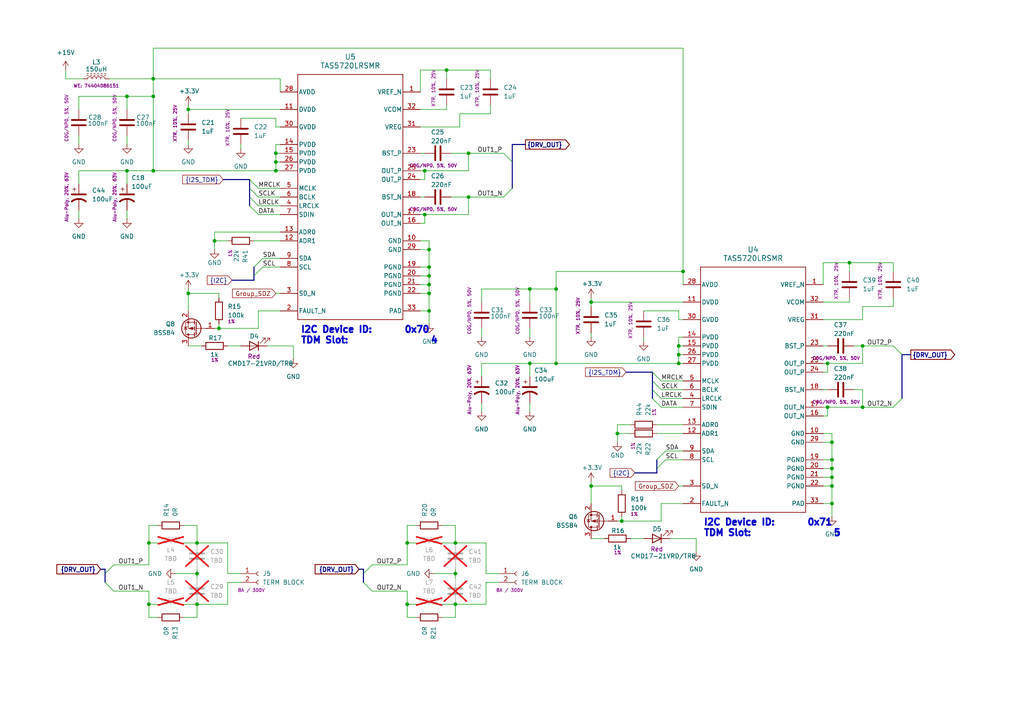
<source format=kicad_sch>
(kicad_sch (version 20250114) (generator "eeschema") (generator_version "9.0")
  (paper "A4")
  (title_block (title "Nathophone Driver Board") (date "2025-10-13") (rev "0") (company "Juventus Technikerschule HF"))
  (bus_alias "DRV_OUT" (members "OUT1_P" "OUT1_N" "OUT2_P" "OUT2_N" "OUT3_P" "OUT3_N" "OUT4_P" "OUT4_N" "OUT5_P" "OUT5_N" "OUT6_P" "OUT6_N"))
  (bus_alias "I2C" (members "SDA" "SCL"))
  (bus_alias "I2S_TDM" (members "DATA" "SCLK" "LRCLK" "MRCLK"))
  (text "I2C Device ID: 	0x70\nTDM Slot:			4" (at 87.122 97.282 0) (effects (font (size 1.905 1.905) (thickness 0.508) (bold yes)) (justify left)))
  (text "I2C Device ID: 	0x71\nTDM Slot:			5" (at 203.962 153.162 0) (effects (font (size 1.905 1.905) (thickness 0.508) (bold yes)) (justify left)))
  (junction (at 80.01 44.45))
  (junction (at 57.15 166.37))
  (junction (at 153.67 83.82))
  (junction (at 179.07 125.73))
  (junction (at 80.01 46.99))
  (junction (at 250.19 100.33))
  (junction (at 36.83 49.53))
  (junction (at 198.12 78.74))
  (junction (at 196.85 105.41))
  (junction (at 44.45 22.86))
  (junction (at 240.03 105.41))
  (junction (at 54.61 31.75))
  (junction (at 44.45 27.94))
  (junction (at 241.3 133.35))
  (junction (at 250.19 118.11))
  (junction (at 124.46 82.55))
  (junction (at 123.19 49.53))
  (junction (at 171.45 140.97))
  (junction (at 124.46 90.17))
  (junction (at 241.3 146.05))
  (junction (at 57.15 157.48))
  (junction (at 132.08 166.37))
  (junction (at 54.61 85.09))
  (junction (at 123.19 62.23))
  (junction (at 43.18 157.48))
  (junction (at 180.34 151.13))
  (junction (at 124.46 72.39))
  (junction (at 57.15 175.26))
  (junction (at 132.08 175.26))
  (junction (at 161.29 105.41))
  (junction (at 241.3 135.89))
  (junction (at 124.46 80.01))
  (junction (at 129.54 20.32))
  (junction (at 196.85 102.87))
  (junction (at 241.3 138.43))
  (junction (at 135.89 57.15))
  (junction (at 80.01 49.53))
  (junction (at 118.11 157.48))
  (junction (at 36.83 27.94))
  (junction (at 132.08 157.48))
  (junction (at 43.18 175.26))
  (junction (at 240.03 118.11))
  (junction (at 196.85 100.33))
  (junction (at 135.89 44.45))
  (junction (at 44.45 49.53))
  (junction (at 124.46 77.47))
  (junction (at 241.3 128.27))
  (junction (at 171.45 87.63))
  (junction (at 62.23 69.85))
  (junction (at 118.11 175.26))
  (junction (at 63.5 95.25))
  (junction (at 246.38 76.2))
  (junction (at 241.3 140.97))
  (junction (at 161.29 83.82))
  (junction (at 124.46 85.09))
  (junction (at 153.67 105.41))
  (bus_entry (at 73.66 77.47) (size 2.54 -2.54))
  (bus_entry (at 72.39 59.69) (size 2.54 2.54))
  (bus_entry (at 146.05 57.15) (size 2.54 -2.54))
  (bus_entry (at 190.5 135.89) (size 2.54 -2.54))
  (bus_entry (at 72.39 57.15) (size 2.54 2.54))
  (bus_entry (at 189.23 115.57) (size 2.54 2.54))
  (bus_entry (at 30.48 168.91) (size 2.54 2.54))
  (bus_entry (at 189.23 110.49) (size 2.54 2.54))
  (bus_entry (at 72.39 52.07) (size 2.54 2.54))
  (bus_entry (at 261.62 102.87) (size -2.54 -2.54))
  (bus_entry (at 72.39 54.61) (size 2.54 2.54))
  (bus_entry (at 190.5 133.35) (size 2.54 -2.54))
  (bus_entry (at 73.66 80.01) (size 2.54 -2.54))
  (bus_entry (at 189.23 107.95) (size 2.54 2.54))
  (bus_entry (at 146.05 44.45) (size 2.54 2.54))
  (bus_entry (at 105.41 168.91) (size 2.54 2.54))
  (bus_entry (at 189.23 113.03) (size 2.54 2.54))
  (bus_entry (at 105.41 166.37) (size 2.54 -2.54))
  (bus_entry (at 30.48 166.37) (size 2.54 -2.54))
  (bus_entry (at 261.62 115.57) (size -2.54 2.54))
  (wire (pts (xy 53.34 175.26) (xy 57.15 175.26)))
  (wire (pts (xy 77.47 100.33) (xy 85.09 100.33)))
  (wire (pts (xy 198.12 87.63) (xy 171.45 87.63)))
  (wire (pts (xy 43.18 152.4) (xy 43.18 157.48)))
  (wire (pts (xy 130.81 44.45) (xy 135.89 44.45)))
  (wire (pts (xy 135.89 57.15) (xy 135.89 62.23)))
  (wire (pts (xy 121.92 69.85) (xy 124.46 69.85)))
  (wire (pts (xy 54.61 100.33) (xy 58.42 100.33)))
  (wire (pts (xy 129.54 31.75) (xy 129.54 30.48)))
  (wire (pts (xy 193.04 130.81) (xy 198.12 130.81)))
  (wire (pts (xy 259.08 76.2) (xy 259.08 78.74)))
  (wire (pts (xy 74.93 95.25) (xy 63.5 95.25)))
  (wire (pts (xy 135.89 57.15) (xy 146.05 57.15)))
  (wire (pts (xy 196.85 97.79) (xy 196.85 100.33)))
  (wire (pts (xy 171.45 86.36) (xy 171.45 87.63)))
  (bus (pts (xy 189.23 110.49) (xy 189.23 113.03)))
  (wire (pts (xy 22.86 27.94) (xy 36.83 27.94)))
  (wire (pts (xy 182.88 123.19) (xy 179.07 123.19)))
  (wire (pts (xy 190.5 123.19) (xy 198.12 123.19)))
  (wire (pts (xy 132.08 179.07) (xy 132.08 175.26)))
  (wire (pts (xy 81.28 67.31) (xy 62.23 67.31)))
  (wire (pts (xy 241.3 135.89) (xy 241.3 138.43)))
  (wire (pts (xy 240.03 118.11) (xy 250.19 118.11)))
  (wire (pts (xy 129.54 20.32) (xy 129.54 22.86)))
  (wire (pts (xy 182.88 156.21) (xy 186.69 156.21)))
  (wire (pts (xy 238.76 140.97) (xy 241.3 140.97)))
  (wire (pts (xy 153.67 105.41) (xy 153.67 109.22)))
  (wire (pts (xy 22.86 60.96) (xy 22.86 63.5)))
  (wire (pts (xy 238.76 118.11) (xy 240.03 118.11)))
  (bus (pts (xy 189.23 113.03) (xy 189.23 115.57)))
  (wire (pts (xy 196.85 92.71) (xy 198.12 92.71)))
  (wire (pts (xy 36.83 49.53) (xy 44.45 49.53)))
  (wire (pts (xy 153.67 83.82) (xy 161.29 83.82)))
  (wire (pts (xy 22.86 49.53) (xy 22.86 53.34)))
  (wire (pts (xy 80.01 46.99) (xy 81.28 46.99)))
  (wire (pts (xy 171.45 140.97) (xy 171.45 139.7)))
  (wire (pts (xy 54.61 85.09) (xy 54.61 90.17)))
  (wire (pts (xy 36.83 49.53) (xy 36.83 53.34)))
  (wire (pts (xy 194.31 156.21) (xy 201.93 156.21)))
  (wire (pts (xy 139.7 105.41) (xy 139.7 109.22)))
  (wire (pts (xy 140.97 157.48) (xy 140.97 166.37)))
  (wire (pts (xy 201.93 156.21) (xy 201.93 160.02)))
  (wire (pts (xy 259.08 88.9) (xy 259.08 86.36)))
  (wire (pts (xy 132.08 157.48) (xy 140.97 157.48)))
  (wire (pts (xy 118.11 163.83) (xy 118.11 157.48)))
  (bus (pts (xy 264.16 102.87) (xy 261.62 102.87)))
  (wire (pts (xy 196.85 97.79) (xy 198.12 97.79)))
  (wire (pts (xy 80.01 36.83) (xy 81.28 36.83)))
  (wire (pts (xy 142.24 33.02) (xy 142.24 30.48)))
  (wire (pts (xy 118.11 179.07) (xy 120.65 179.07)))
  (wire (pts (xy 144.78 168.91) (xy 140.97 168.91)))
  (wire (pts (xy 57.15 166.37) (xy 57.15 167.64)))
  (wire (pts (xy 246.38 87.63) (xy 246.38 86.36)))
  (wire (pts (xy 118.11 171.45) (xy 118.11 175.26)))
  (wire (pts (xy 124.46 85.09) (xy 124.46 90.17)))
  (wire (pts (xy 238.76 138.43) (xy 241.3 138.43)))
  (wire (pts (xy 57.15 179.07) (xy 57.15 175.26)))
  (wire (pts (xy 124.46 72.39) (xy 124.46 77.47)))
  (wire (pts (xy 171.45 140.97) (xy 180.34 140.97)))
  (wire (pts (xy 121.92 20.32) (xy 121.92 26.67)))
  (wire (pts (xy 74.93 57.15) (xy 81.28 57.15)))
  (bus (pts (xy 105.41 168.91) (xy 105.41 166.37)))
  (bus (pts (xy 148.59 41.91) (xy 148.59 46.99)))
  (wire (pts (xy 121.92 62.23) (xy 123.19 62.23)))
  (wire (pts (xy 121.92 49.53) (xy 123.19 49.53)))
  (wire (pts (xy 43.18 171.45) (xy 43.18 175.26)))
  (wire (pts (xy 118.11 152.4) (xy 120.65 152.4)))
  (wire (pts (xy 36.83 39.37) (xy 36.83 41.91)))
  (wire (pts (xy 123.19 62.23) (xy 135.89 62.23)))
  (wire (pts (xy 198.12 78.74) (xy 198.12 13.97)))
  (wire (pts (xy 81.28 31.75) (xy 54.61 31.75)))
  (wire (pts (xy 121.92 82.55) (xy 124.46 82.55)))
  (wire (pts (xy 76.2 77.47) (xy 81.28 77.47)))
  (wire (pts (xy 135.89 44.45) (xy 135.89 49.53)))
  (wire (pts (xy 196.85 100.33) (xy 198.12 100.33)))
  (wire (pts (xy 238.76 133.35) (xy 241.3 133.35)))
  (wire (pts (xy 81.28 22.86) (xy 44.45 22.86)))
  (wire (pts (xy 238.76 92.71) (xy 250.19 92.71)))
  (wire (pts (xy 80.01 36.83) (xy 80.01 34.29)))
  (wire (pts (xy 81.28 22.86) (xy 81.28 26.67)))
  (wire (pts (xy 121.92 44.45) (xy 123.19 44.45)))
  (bus (pts (xy 73.66 77.47) (xy 73.66 80.01)))
  (wire (pts (xy 53.34 152.4) (xy 57.15 152.4)))
  (wire (pts (xy 81.28 90.17) (xy 74.93 90.17)))
  (wire (pts (xy 129.54 20.32) (xy 142.24 20.32)))
  (bus (pts (xy 73.66 81.28) (xy 73.66 80.01)))
  (wire (pts (xy 121.92 52.07) (xy 123.19 52.07)))
  (bus (pts (xy 67.31 81.28) (xy 73.66 81.28)))
  (wire (pts (xy 66.04 100.33) (xy 69.85 100.33)))
  (bus (pts (xy 152.4 41.91) (xy 148.59 41.91)))
  (wire (pts (xy 22.86 39.37) (xy 22.86 41.91)))
  (wire (pts (xy 250.19 100.33) (xy 259.08 100.33)))
  (wire (pts (xy 121.92 64.77) (xy 123.19 64.77)))
  (wire (pts (xy 180.34 151.13) (xy 179.07 151.13)))
  (wire (pts (xy 124.46 77.47) (xy 124.46 80.01)))
  (wire (pts (xy 62.23 69.85) (xy 62.23 72.39)))
  (wire (pts (xy 85.09 100.33) (xy 85.09 104.14)))
  (wire (pts (xy 121.92 57.15) (xy 123.19 57.15)))
  (wire (pts (xy 33.02 171.45) (xy 43.18 171.45)))
  (wire (pts (xy 132.08 152.4) (xy 132.08 157.48)))
  (wire (pts (xy 246.38 76.2) (xy 259.08 76.2)))
  (wire (pts (xy 153.67 95.25) (xy 153.67 97.79)))
  (wire (pts (xy 240.03 105.41) (xy 250.19 105.41)))
  (wire (pts (xy 43.18 152.4) (xy 45.72 152.4)))
  (wire (pts (xy 74.93 62.23) (xy 81.28 62.23)))
  (wire (pts (xy 161.29 83.82) (xy 161.29 105.41)))
  (wire (pts (xy 140.97 166.37) (xy 144.78 166.37)))
  (wire (pts (xy 250.19 92.71) (xy 250.19 88.9)))
  (wire (pts (xy 36.83 27.94) (xy 44.45 27.94)))
  (wire (pts (xy 190.5 125.73) (xy 198.12 125.73)))
  (wire (pts (xy 240.03 107.95) (xy 240.03 105.41)))
  (wire (pts (xy 118.11 152.4) (xy 118.11 157.48)))
  (wire (pts (xy 43.18 175.26) (xy 43.18 179.07)))
  (wire (pts (xy 66.04 157.48) (xy 66.04 166.37)))
  (wire (pts (xy 128.27 179.07) (xy 132.08 179.07)))
  (wire (pts (xy 191.77 110.49) (xy 198.12 110.49)))
  (wire (pts (xy 22.86 49.53) (xy 36.83 49.53)))
  (wire (pts (xy 121.92 36.83) (xy 133.35 36.83)))
  (wire (pts (xy 139.7 105.41) (xy 153.67 105.41)))
  (wire (pts (xy 250.19 88.9) (xy 259.08 88.9)))
  (wire (pts (xy 54.61 85.09) (xy 54.61 83.82)))
  (wire (pts (xy 43.18 179.07) (xy 45.72 179.07)))
  (wire (pts (xy 24.13 22.86) (xy 19.05 22.86)))
  (wire (pts (xy 191.77 146.05) (xy 191.77 151.13)))
  (wire (pts (xy 250.19 100.33) (xy 247.65 100.33)))
  (wire (pts (xy 250.19 105.41) (xy 250.19 100.33)))
  (wire (pts (xy 62.23 69.85) (xy 66.04 69.85)))
  (wire (pts (xy 238.76 76.2) (xy 238.76 82.55)))
  (wire (pts (xy 142.24 20.32) (xy 142.24 22.86)))
  (wire (pts (xy 133.35 33.02) (xy 142.24 33.02)))
  (bus (pts (xy 148.59 46.99) (xy 148.59 54.61)))
  (bus (pts (xy 104.14 165.1) (xy 105.41 165.1)))
  (wire (pts (xy 132.08 166.37) (xy 132.08 167.64)))
  (wire (pts (xy 128.27 175.26) (xy 132.08 175.26)))
  (wire (pts (xy 123.19 49.53) (xy 135.89 49.53)))
  (wire (pts (xy 171.45 87.63) (xy 171.45 88.9)))
  (wire (pts (xy 198.12 78.74) (xy 161.29 78.74)))
  (wire (pts (xy 57.15 165.1) (xy 57.15 166.37)))
  (bus (pts (xy 72.39 54.61) (xy 72.39 57.15)))
  (wire (pts (xy 76.2 74.93) (xy 81.28 74.93)))
  (wire (pts (xy 63.5 95.25) (xy 63.5 93.98)))
  (wire (pts (xy 124.46 90.17) (xy 124.46 93.98)))
  (wire (pts (xy 81.28 49.53) (xy 80.01 49.53)))
  (wire (pts (xy 43.18 163.83) (xy 43.18 157.48)))
  (wire (pts (xy 179.07 125.73) (xy 179.07 128.27)))
  (wire (pts (xy 80.01 44.45) (xy 80.01 46.99)))
  (wire (pts (xy 74.93 90.17) (xy 74.93 95.25)))
  (bus (pts (xy 261.62 102.87) (xy 261.62 115.57)))
  (wire (pts (xy 57.15 175.26) (xy 66.04 175.26)))
  (wire (pts (xy 196.85 90.17) (xy 186.69 90.17)))
  (wire (pts (xy 196.85 140.97) (xy 198.12 140.97)))
  (wire (pts (xy 180.34 151.13) (xy 180.34 149.86)))
  (wire (pts (xy 80.01 85.09) (xy 81.28 85.09)))
  (wire (pts (xy 186.69 97.79) (xy 186.69 99.06)))
  (wire (pts (xy 44.45 13.97) (xy 44.45 22.86)))
  (bus (pts (xy 64.77 52.07) (xy 72.39 52.07)))
  (wire (pts (xy 62.23 67.31) (xy 62.23 69.85)))
  (wire (pts (xy 191.77 115.57) (xy 198.12 115.57)))
  (wire (pts (xy 121.92 72.39) (xy 124.46 72.39)))
  (bus (pts (xy 72.39 52.07) (xy 72.39 54.61)))
  (wire (pts (xy 238.76 105.41) (xy 240.03 105.41)))
  (wire (pts (xy 53.34 157.48) (xy 57.15 157.48)))
  (bus (pts (xy 30.48 166.37) (xy 30.48 165.1)))
  (wire (pts (xy 57.15 152.4) (xy 57.15 157.48)))
  (wire (pts (xy 198.12 13.97) (xy 44.45 13.97)))
  (wire (pts (xy 238.76 107.95) (xy 240.03 107.95)))
  (wire (pts (xy 238.76 113.03) (xy 240.03 113.03)))
  (wire (pts (xy 74.93 54.61) (xy 81.28 54.61)))
  (wire (pts (xy 191.77 151.13) (xy 180.34 151.13)))
  (wire (pts (xy 238.76 120.65) (xy 240.03 120.65)))
  (wire (pts (xy 171.45 140.97) (xy 171.45 146.05)))
  (wire (pts (xy 69.85 168.91) (xy 66.04 168.91)))
  (wire (pts (xy 124.46 82.55) (xy 124.46 85.09)))
  (wire (pts (xy 31.75 22.86) (xy 44.45 22.86)))
  (wire (pts (xy 153.67 105.41) (xy 161.29 105.41)))
  (wire (pts (xy 191.77 118.11) (xy 198.12 118.11)))
  (wire (pts (xy 54.61 30.48) (xy 54.61 31.75)))
  (wire (pts (xy 250.19 118.11) (xy 259.08 118.11)))
  (wire (pts (xy 128.27 152.4) (xy 132.08 152.4)))
  (wire (pts (xy 74.93 59.69) (xy 81.28 59.69)))
  (bus (pts (xy 105.41 166.37) (xy 105.41 165.1)))
  (wire (pts (xy 198.12 78.74) (xy 198.12 82.55)))
  (wire (pts (xy 36.83 60.96) (xy 36.83 63.5)))
  (wire (pts (xy 153.67 83.82) (xy 153.67 87.63)))
  (wire (pts (xy 44.45 49.53) (xy 80.01 49.53)))
  (wire (pts (xy 139.7 116.84) (xy 139.7 119.38)))
  (wire (pts (xy 240.03 120.65) (xy 240.03 118.11)))
  (bus (pts (xy 29.21 165.1) (xy 30.48 165.1)))
  (wire (pts (xy 121.92 20.32) (xy 129.54 20.32)))
  (wire (pts (xy 241.3 125.73) (xy 241.3 128.27)))
  (wire (pts (xy 121.92 77.47) (xy 124.46 77.47)))
  (wire (pts (xy 171.45 156.21) (xy 175.26 156.21)))
  (wire (pts (xy 128.27 157.48) (xy 132.08 157.48)))
  (bus (pts (xy 189.23 107.95) (xy 189.23 110.49)))
  (wire (pts (xy 63.5 85.09) (xy 63.5 86.36)))
  (wire (pts (xy 241.3 140.97) (xy 241.3 146.05)))
  (wire (pts (xy 121.92 90.17) (xy 124.46 90.17)))
  (wire (pts (xy 196.85 100.33) (xy 196.85 102.87)))
  (wire (pts (xy 139.7 83.82) (xy 153.67 83.82)))
  (bus (pts (xy 190.5 137.16) (xy 190.5 135.89)))
  (wire (pts (xy 53.34 179.07) (xy 57.15 179.07)))
  (wire (pts (xy 33.02 163.83) (xy 43.18 163.83)))
  (wire (pts (xy 57.15 157.48) (xy 66.04 157.48)))
  (wire (pts (xy 179.07 125.73) (xy 182.88 125.73)))
  (wire (pts (xy 123.19 64.77) (xy 123.19 62.23)))
  (wire (pts (xy 124.46 69.85) (xy 124.46 72.39)))
  (wire (pts (xy 80.01 44.45) (xy 81.28 44.45)))
  (wire (pts (xy 196.85 102.87) (xy 196.85 105.41)))
  (wire (pts (xy 238.76 128.27) (xy 241.3 128.27)))
  (wire (pts (xy 107.95 171.45) (xy 118.11 171.45)))
  (wire (pts (xy 139.7 87.63) (xy 139.7 83.82)))
  (wire (pts (xy 191.77 113.03) (xy 198.12 113.03)))
  (wire (pts (xy 107.95 163.83) (xy 118.11 163.83)))
  (wire (pts (xy 19.05 22.86) (xy 19.05 20.32)))
  (wire (pts (xy 132.08 166.37) (xy 125.73 166.37)))
  (wire (pts (xy 132.08 175.26) (xy 140.97 175.26)))
  (wire (pts (xy 238.76 125.73) (xy 241.3 125.73)))
  (bus (pts (xy 184.15 137.16) (xy 190.5 137.16)))
  (wire (pts (xy 139.7 95.25) (xy 139.7 97.79)))
  (wire (pts (xy 238.76 87.63) (xy 246.38 87.63)))
  (wire (pts (xy 193.04 133.35) (xy 198.12 133.35)))
  (wire (pts (xy 43.18 175.26) (xy 45.72 175.26)))
  (wire (pts (xy 80.01 46.99) (xy 80.01 49.53)))
  (wire (pts (xy 118.11 175.26) (xy 120.65 175.26)))
  (wire (pts (xy 124.46 80.01) (xy 124.46 82.55)))
  (wire (pts (xy 36.83 27.94) (xy 36.83 31.75)))
  (wire (pts (xy 246.38 76.2) (xy 246.38 78.74)))
  (wire (pts (xy 198.12 105.41) (xy 196.85 105.41)))
  (wire (pts (xy 241.3 128.27) (xy 241.3 133.35)))
  (wire (pts (xy 238.76 146.05) (xy 241.3 146.05)))
  (bus (pts (xy 72.39 57.15) (xy 72.39 59.69)))
  (wire (pts (xy 63.5 95.25) (xy 62.23 95.25)))
  (wire (pts (xy 118.11 175.26) (xy 118.11 179.07)))
  (wire (pts (xy 171.45 96.52) (xy 171.45 97.79)))
  (wire (pts (xy 121.92 85.09) (xy 124.46 85.09)))
  (wire (pts (xy 132.08 165.1) (xy 132.08 166.37)))
  (wire (pts (xy 161.29 78.74) (xy 161.29 83.82)))
  (wire (pts (xy 121.92 80.01) (xy 124.46 80.01)))
  (wire (pts (xy 54.61 31.75) (xy 54.61 33.02)))
  (wire (pts (xy 43.18 157.48) (xy 45.72 157.48)))
  (wire (pts (xy 198.12 146.05) (xy 191.77 146.05)))
  (wire (pts (xy 44.45 22.86) (xy 44.45 27.94)))
  (wire (pts (xy 196.85 92.71) (xy 196.85 90.17)))
  (wire (pts (xy 133.35 36.83) (xy 133.35 33.02)))
  (wire (pts (xy 66.04 166.37) (xy 69.85 166.37)))
  (wire (pts (xy 180.34 140.97) (xy 180.34 142.24)))
  (wire (pts (xy 22.86 31.75) (xy 22.86 27.94)))
  (wire (pts (xy 238.76 76.2) (xy 246.38 76.2)))
  (wire (pts (xy 161.29 105.41) (xy 196.85 105.41)))
  (wire (pts (xy 44.45 27.94) (xy 44.45 49.53)))
  (wire (pts (xy 69.85 41.91) (xy 69.85 43.18)))
  (wire (pts (xy 241.3 146.05) (xy 241.3 149.86)))
  (wire (pts (xy 57.15 166.37) (xy 50.8 166.37)))
  (wire (pts (xy 121.92 31.75) (xy 129.54 31.75)))
  (wire (pts (xy 80.01 41.91) (xy 80.01 44.45)))
  (wire (pts (xy 179.07 123.19) (xy 179.07 125.73)))
  (wire (pts (xy 241.3 133.35) (xy 241.3 135.89)))
  (wire (pts (xy 80.01 41.91) (xy 81.28 41.91)))
  (wire (pts (xy 250.19 113.03) (xy 250.19 118.11)))
  (wire (pts (xy 54.61 85.09) (xy 63.5 85.09)))
  (wire (pts (xy 66.04 168.91) (xy 66.04 175.26)))
  (wire (pts (xy 135.89 44.45) (xy 146.05 44.45)))
  (wire (pts (xy 140.97 168.91) (xy 140.97 175.26)))
  (bus (pts (xy 181.61 107.95) (xy 189.23 107.95)))
  (wire (pts (xy 238.76 135.89) (xy 241.3 135.89)))
  (wire (pts (xy 118.11 157.48) (xy 120.65 157.48)))
  (wire (pts (xy 196.85 102.87) (xy 198.12 102.87)))
  (wire (pts (xy 73.66 69.85) (xy 81.28 69.85)))
  (wire (pts (xy 123.19 52.07) (xy 123.19 49.53)))
  (wire (pts (xy 241.3 138.43) (xy 241.3 140.97)))
  (wire (pts (xy 54.61 40.64) (xy 54.61 41.91)))
  (wire (pts (xy 153.67 116.84) (xy 153.67 119.38)))
  (wire (pts (xy 247.65 113.03) (xy 250.19 113.03)))
  (wire (pts (xy 238.76 100.33) (xy 240.03 100.33)))
  (bus (pts (xy 190.5 133.35) (xy 190.5 135.89)))
  (wire (pts (xy 80.01 34.29) (xy 69.85 34.29)))
  (wire (pts (xy 130.81 57.15) (xy 135.89 57.15)))
  (bus (pts (xy 30.48 168.91) (xy 30.48 166.37)))
  (label "DATA" (at 191.77 118.11 0))
  (label "OUT2_N" (at 251.46 118.11 0))
  (label "OUT2_P" (at 251.46 100.33 0))
  (label "OUT2_N" (at 109.22 171.45 0))
  (label "OUT1_P" (at 138.43 44.45 0) (effects (font (thickness 0.1588))))
  (label "SDA" (at 193.04 130.81 0))
  (label "MRCLK" (at 74.93 54.61 0))
  (label "SCLK" (at 74.93 57.15 0))
  (label "LRCLK" (at 74.93 59.69 0))
  (label "OUT1_N" (at 138.43 57.15 0) (effects (font (thickness 0.1588))))
  (label "SDA" (at 76.2 74.93 0))
  (label "LRCLK" (at 191.77 115.57 0))
  (label "OUT2_P" (at 109.22 163.83 0))
  (label "DATA" (at 74.93 62.23 0))
  (label "OUT1_P" (at 34.29 163.83 0))
  (label "SCL" (at 193.04 133.35 0))
  (label "OUT1_N" (at 34.29 171.45 0))
  (label "MRCLK" (at 191.77 110.49 0))
  (label "SCL" (at 76.2 77.47 0))
  (label "SCLK" (at 191.77 113.03 0))
  (global_label "{DRV_OUT}" (shape input) (at 29.21 165.1 180) (effects (font (thickness 0.254) (bold yes))) (property "Intersheetrefs" "${INTERSHEET_REFS}" (effects (hide yes))))
  (global_label "Group_SDZ" (shape input) (at 80.01 85.09 180) (property "Intersheetrefs" "${INTERSHEET_REFS}" (effects (hide yes))))
  (global_label "{DRV_OUT}" (shape output) (at 152.4 41.91 0) (effects (font (thickness 0.254) (bold yes))) (property "Intersheetrefs" "${INTERSHEET_REFS}" (effects (hide yes))))
  (global_label "{I2C}" (shape input) (at 184.15 137.16 180) (property "Intersheetrefs" "${INTERSHEET_REFS}" (effects (hide yes))))
  (global_label "{I2C}" (shape input) (at 67.31 81.28 180) (property "Intersheetrefs" "${INTERSHEET_REFS}" (effects (hide yes))))
  (global_label "{DRV_OUT}" (shape output) (at 264.16 102.87 0) (effects (font (thickness 0.254) (bold yes))) (property "Intersheetrefs" "${INTERSHEET_REFS}" (effects (hide yes))))
  (global_label "{I2S_TDM}" (shape input) (at 181.61 107.95 180) (property "Intersheetrefs" "${INTERSHEET_REFS}" (effects (hide yes))))
  (global_label "{DRV_OUT}" (shape input) (at 104.14 165.1 180) (effects (font (thickness 0.254) (bold yes))) (property "Intersheetrefs" "${INTERSHEET_REFS}" (effects (hide yes))))
  (global_label "Group_SDZ" (shape input) (at 196.85 140.97 180) (property "Intersheetrefs" "${INTERSHEET_REFS}" (effects (hide yes))))
  (global_label "{I2S_TDM}" (shape input) (at 64.77 52.07 180) (property "Intersheetrefs" "${INTERSHEET_REFS}" (effects (hide yes))))
  (symbol (lib_id "Device:LED") (at 73.66 100.33 180) (unit 1)
    (property "Reference" "D4" (at 72.39 97.536 0) (effects (justify right)))
    (property "Value" "CMD17-21VRD/TR8" (at 66.04 105.41 0) (effects (justify right)))
    (property "Footprint" "LED_SMD:LED_0805_2012Metric" (effects (hide yes)))
    (property "Datasheet" "https://mm.digikey.com/Volume0/opasdata/d220001/medias/docus/4320/CMD17-21_Rev10.pdf" (effects (hide yes)))
    (property "Description" "Light emitting diode" (effects (hide yes)))
    (property "Sim.Pins" "1=K 2=A" (effects (hide yes)))
    (property "DigiKey_PartNo" "L62501TR-ND" (effects (hide yes)))
    (property "Key Info" "Red" (at 73.66 103.378 0))
    (instances (project "Nathophone_driver_board" (path "" (reference "D4") (unit 1)) (path "" (reference "D6") (unit 1)) (path "" (reference "D8") (unit 1))))
  )
  (symbol (lib_id "power:GND") (at 22.86 63.5 0) (unit 1)
    (property "Reference" "#PWR048" (effects (hide yes)))
    (property "Value" "GND" (at 22.86 68.58 0))
    (property "Description" "Power symbol creates a global label with name \"GND\" , ground" (effects (hide yes)))
    (instances (project "Nathophone_driver_board" (path "" (reference "#PWR048") (unit 1)) (path "" (reference "#PWR079") (unit 1)) (path "" (reference "#PWR0104") (unit 1))))
  )
  (symbol (lib_id "Device:C") (at 139.7 91.44 0) (unit 1)
    (property "Reference" "C31" (at 146.304 89.916 0) (effects (justify right)))
    (property "Value" "100nF" (at 148.336 91.694 0) (effects (justify right)))
    (property "Footprint" "Capacitor_SMD:C_1206_3216Metric" (effects (hide yes)))
    (property "Datasheet" "https://search.murata.co.jp/Ceramy/image/img/A01X/G101/ENG/GRM3195C1H104JA05-01A.pdf" (effects (hide yes)))
    (property "Description" "Unpolarized capacitor" (effects (hide yes)))
    (property "DigiKey_PartNo" "490-GRM3195C1H104JA05DTR-ND" (effects (hide yes)))
    (property "Key Info" "C0G/NP0, 5%, 50V" (at 136.144 97.028 90) (effects (font (size 0.9525 0.9525)) (justify left)))
    (instances (project "Nathophone_driver_board" (path "" (reference "C31") (unit 1)) (path "" (reference "C56") (unit 1)) (path "" (reference "C79") (unit 1))))
  )
  (symbol (lib_id "Device:R") (at 69.85 69.85 270) (unit 1)
    (property "Reference" "R41" (at 71.1201 72.39 0) (effects (justify left)))
    (property "Value" "22k" (at 68.5801 72.39 0) (effects (justify left)))
    (property "Footprint" "Resistor_SMD:R_0805_2012Metric" (effects (hide yes)))
    (property "Datasheet" "https://www.vishay.com/docs/20035/dcrcwe3.pdf" (effects (hide yes)))
    (property "Description" "Resistor" (effects (hide yes)))
    (property "DigiKey_PartNo" "541-CRCW080522K0FKEBTR-ND" (effects (hide yes)))
    (property "Key Info" "1%" (at 66.802 72.39 0) (effects (font (size 0.9525 0.9525)) (justify left)))
    (instances (project "Nathophone_driver_board" (path "" (reference "R41") (unit 1)) (path "" (reference "R42") (unit 1)) (path "" (reference "R43") (unit 1))))
  )
  (symbol (lib_id "Device:C") (at 186.69 93.98 0) (unit 1)
    (property "Reference" "C36" (at 190.5 92.7099 0) (effects (justify left)))
    (property "Value" "1uF" (at 190.5 95.2499 0) (effects (justify left)))
    (property "Footprint" "Capacitor_SMD:C_0805_2012Metric" (effects (hide yes)))
    (property "Datasheet" "https://mm.digikey.com/Volume0/opasdata/d220001/medias/docus/1105/CL21B105KAFNNNE_Spec.pdf" (effects (hide yes)))
    (property "Description" "Unpolarized capacitor" (effects (hide yes)))
    (property "DigiKey_PartNo" "1276-1066-2-ND" (effects (hide yes)))
    (property "Key Info" "X7R, 10%, 25V" (at 182.88 98.298 90) (effects (font (size 0.9525 0.9525)) (justify left)))
    (instances (project "Nathophone_driver_board" (path "" (reference "C36") (unit 1)) (path "" (reference "C62") (unit 1)) (path "" (reference "C85") (unit 1))))
  )
  (symbol (lib_id "Device:C") (at 153.67 91.44 0) (unit 1)
    (property "Reference" "C33" (at 160.274 89.916 0) (effects (justify right)))
    (property "Value" "100nF" (at 162.306 91.694 0) (effects (justify right)))
    (property "Footprint" "Capacitor_SMD:C_1206_3216Metric" (effects (hide yes)))
    (property "Datasheet" "https://search.murata.co.jp/Ceramy/image/img/A01X/G101/ENG/GRM3195C1H104JA05-01A.pdf" (effects (hide yes)))
    (property "Description" "Unpolarized capacitor" (effects (hide yes)))
    (property "DigiKey_PartNo" "490-GRM3195C1H104JA05DTR-ND" (effects (hide yes)))
    (property "Key Info" "C0G/NP0, 5%, 50V" (at 150.114 97.028 90) (effects (font (size 0.9525 0.9525)) (justify left)))
    (instances (project "Nathophone_driver_board" (path "" (reference "C33") (unit 1)) (path "" (reference "C59") (unit 1)) (path "" (reference "C82") (unit 1))))
  )
  (symbol (lib_id "power:GND") (at 36.83 41.91 0) (unit 1)
    (property "Reference" "#PWR059" (effects (hide yes)))
    (property "Value" "GND" (at 36.83 46.99 0))
    (property "Description" "Power symbol creates a global label with name \"GND\" , ground" (effects (hide yes)))
    (instances (project "Nathophone_driver_board" (path "" (reference "#PWR059") (unit 1)) (path "" (reference "#PWR080") (unit 1)) (path "" (reference "#PWR0105") (unit 1))))
  )
  (symbol (lib_id "Device:R") (at 63.5 90.17 0) (unit 1)
    (property "Reference" "R15" (at 66.04 88.8999 0) (effects (justify left)))
    (property "Value" "100k" (at 66.04 91.4399 0) (effects (justify left)))
    (property "Footprint" "Resistor_SMD:R_0805_2012Metric" (effects (hide yes)))
    (property "Datasheet" "https://www.vishay.com/docs/20035/dcrcwe3.pdf" (effects (hide yes)))
    (property "Description" "Resistor" (effects (hide yes)))
    (property "DigiKey_PartNo" "541-100KCTR-ND" (effects (hide yes)))
    (property "Key Info" "1%" (at 66.04 93.218 0) (effects (font (size 0.9525 0.9525)) (justify left)))
    (instances (project "Nathophone_driver_board" (path "" (reference "R15") (unit 1)) (path "" (reference "R26") (unit 1)) (path "" (reference "R35") (unit 1))))
  )
  (symbol (lib_id "power:+3.3V") (at 171.45 86.36 0) (unit 1)
    (property "Reference" "#PWR070" (effects (hide yes)))
    (property "Value" "+3.3V" (at 171.704 82.296 0))
    (property "Description" "Power symbol creates a global label with name \"+3.3V\"" (effects (hide yes)))
    (instances (project "Nathophone_driver_board" (path "" (reference "#PWR070") (unit 1)) (path "" (reference "#PWR095") (unit 1)) (path "" (reference "#PWR0120") (unit 1))))
  )
  (symbol (lib_id "Device:L_Ferrite") (at 49.53 175.26 90) (unit 1) (in_bom no) (dnp yes)
    (property "Reference" "L5" (at 49.53 168.91 90))
    (property "Value" "TBD" (at 49.53 171.45 90))
    (property "Footprint" "symbols_footprints:WE-LQS_4025" (effects (hide yes)))
    (property "Description" "Inductor with ferrite core" (effects (hide yes)))
    (instances (project "Nathophone_driver_board" (path "" (reference "L5") (unit 1)) (path "" (reference "L10") (unit 1)) (path "" (reference "L15") (unit 1))))
  )
  (symbol (lib_id "power:GND") (at 241.3 149.86 0) (unit 1)
    (property "Reference" "#PWR076" (effects (hide yes)))
    (property "Value" "GND" (at 241.3 154.94 0))
    (property "Description" "Power symbol creates a global label with name \"GND\" , ground" (effects (hide yes)))
    (instances (project "Nathophone_driver_board" (path "" (reference "#PWR076") (unit 1)) (path "" (reference "#PWR0101") (unit 1)) (path "" (reference "#PWR0126") (unit 1))))
  )
  (symbol (lib_id "Device:R") (at 49.53 179.07 270) (unit 1)
    (property "Reference" "R13" (at 50.8001 181.61 0) (effects (justify left)))
    (property "Value" "0R" (at 48.2601 181.61 0) (effects (justify left)))
    (property "Footprint" "Resistor_SMD:R_2010_5025Metric" (effects (hide yes)))
    (property "Datasheet" "https://www.vishay.com/docs/20035/dcrcwe3.pdf" (effects (hide yes)))
    (property "Description" "Resistor" (effects (hide yes)))
    (property "DigiKey_PartNo" "541-0.0WTR-ND" (effects (hide yes)))
    (property "Key Info" "1%" (effects (hide yes)))
    (instances (project "Nathophone_driver_board" (path "" (reference "R13") (unit 1)) (path "" (reference "R24") (unit 1)) (path "" (reference "R33") (unit 1))))
  )
  (symbol (lib_id "Device:R") (at 124.46 179.07 270) (unit 1)
    (property "Reference" "R21" (at 125.7301 181.61 0) (effects (justify left)))
    (property "Value" "0R" (at 123.1901 181.61 0) (effects (justify left)))
    (property "Footprint" "Resistor_SMD:R_2010_5025Metric" (effects (hide yes)))
    (property "Datasheet" "https://www.vishay.com/docs/20035/dcrcwe3.pdf" (effects (hide yes)))
    (property "Description" "Resistor" (effects (hide yes)))
    (property "DigiKey_PartNo" "541-0.0WTR-ND" (effects (hide yes)))
    (property "Key Info" "1%" (effects (hide yes)))
    (instances (project "Nathophone_driver_board" (path "" (reference "R21") (unit 1)) (path "" (reference "R28") (unit 1)) (path "" (reference "R37") (unit 1))))
  )
  (symbol (lib_id "power:GND") (at 69.85 43.18 0) (unit 1)
    (property "Reference" "#PWR056" (effects (hide yes)))
    (property "Value" "GND" (at 69.85 48.26 0))
    (property "Description" "Power symbol creates a global label with name \"GND\" , ground" (effects (hide yes)))
    (instances (project "Nathophone_driver_board" (path "" (reference "#PWR056") (unit 1)) (path "" (reference "#PWR087") (unit 1)) (path "" (reference "#PWR0112") (unit 1))))
  )
  (symbol (lib_id "Device:C") (at 246.38 82.55 0) (unit 1)
    (property "Reference" "C39" (at 250.19 81.2799 0) (effects (justify left)))
    (property "Value" "1uF" (at 250.19 83.8199 0) (effects (justify left)))
    (property "Footprint" "Capacitor_SMD:C_0805_2012Metric" (effects (hide yes)))
    (property "Datasheet" "https://mm.digikey.com/Volume0/opasdata/d220001/medias/docus/1105/CL21B105KAFNNNE_Spec.pdf" (effects (hide yes)))
    (property "Description" "Unpolarized capacitor" (effects (hide yes)))
    (property "DigiKey_PartNo" "1276-1066-2-ND" (effects (hide yes)))
    (property "Key Info" "X7R, 10%, 25V" (at 242.57 86.868 90) (effects (font (size 0.9525 0.9525)) (justify left)))
    (instances (project "Nathophone_driver_board" (path "" (reference "C39") (unit 1)) (path "" (reference "C65") (unit 1)) (path "" (reference "C88") (unit 1))))
  )
  (symbol (lib_id "power:+15V") (at 19.05 20.32 0) (unit 1)
    (property "Reference" "#PWR047" (effects (hide yes)))
    (property "Value" "+15V" (at 19.05 15.24 0))
    (property "Description" "Power symbol creates a global label with name \"+15V\"" (effects (hide yes)))
    (instances (project "Nathophone_driver_board" (path "" (reference "#PWR047") (unit 1)) (path "" (reference "#PWR077") (unit 1)) (path "" (reference "#PWR0102") (unit 1))))
  )
  (symbol (lib_id "Device:C_Polarized_US") (at 36.83 57.15 0) (unit 1)
    (property "Reference" "C18" (at 38.1 51.562 0) (effects (justify left)))
    (property "Value" "100uF" (at 38.1 54.102 0) (effects (justify left)))
    (property "Datasheet" "https://search.kemet.com/download/datasheet/A782MS107M1JLAS030" (effects (hide yes)))
    (property "Description" "Polarized capacitor, US symbol" (effects (hide yes)))
    (property "DigiKey_PartNo" "399-A782MS107M1JLAS030TR-ND" (effects (hide yes)))
    (property "Key Info" "Alu-Poly, 20%, 63V" (at 33.274 57.15 90) (effects (font (size 0.9525 0.9525))))
    (instances (project "Nathophone_driver_board" (path "" (reference "C18") (unit 1)) (path "" (reference "C46") (unit 1)) (path "" (reference "C69") (unit 1))))
  )
  (symbol (lib_id "power:GND") (at 186.69 99.06 0) (unit 1)
    (property "Reference" "#PWR074" (effects (hide yes)))
    (property "Value" "GND" (at 186.69 104.14 0))
    (property "Description" "Power symbol creates a global label with name \"GND\" , ground" (effects (hide yes)))
    (instances (project "Nathophone_driver_board" (path "" (reference "#PWR074") (unit 1)) (path "" (reference "#PWR099") (unit 1)) (path "" (reference "#PWR0124") (unit 1))))
  )
  (symbol (lib_id "Device:C") (at 132.08 171.45 0) (unit 1) (in_bom no) (dnp yes)
    (property "Reference" "C42" (at 135.89 170.1799 0) (effects (justify left)))
    (property "Value" "TBD" (at 135.89 172.7199 0) (effects (justify left)))
    (property "Footprint" "Capacitor_SMD:CP_Elec_6.3x7.7" (effects (hide yes)))
    (property "Datasheet" "https://mm.digikey.com/Volume0/opasdata/d220001/medias/docus/1105/CL21B105KAFNNNE_Spec.pdf" (effects (hide yes)))
    (property "Description" "Unpolarized capacitor" (effects (hide yes)))
    (instances (project "Nathophone_driver_board" (path "" (reference "C42") (unit 1)) (path "" (reference "C55") (unit 1)) (path "" (reference "C78") (unit 1))))
  )
  (symbol (lib_id "Connector:Conn_01x02_Socket") (at 74.93 166.37 0) (unit 1)
    (property "Reference" "J5" (at 76.2 166.3699 0) (effects (justify left)))
    (property "Value" "TERM BLOCK" (at 76.2 168.9099 0) (effects (justify left)))
    (property "Footprint" "symbols_footprints:CONN_1862042" (effects (hide yes)))
    (property "Datasheet" "https://www.phoenixcontact.com/us/products/1862042/pdf" (effects (hide yes)))
    (property "Description" "Generic connector, single row, 01x02, script generated" (effects (hide yes)))
    (property "DigiKey_PartNo" "277-12154-ND" (effects (hide yes)))
    (property "Key Info" "8A / 300V" (at 72.898 171.196 0) (effects (font (size 0.9525 0.9525))))
    (instances (project "Nathophone_driver_board" (path "" (reference "J5") (unit 1)) (path "" (reference "J7") (unit 1)) (path "" (reference "J9") (unit 1))))
  )
  (symbol (lib_id "power:GND") (at 62.23 72.39 0) (unit 1)
    (property "Reference" "#PWR064" (effects (hide yes)))
    (property "Value" "GND" (at 62.23 76.2 0))
    (property "Description" "Power symbol creates a global label with name \"GND\" , ground" (effects (hide yes)))
    (instances (project "Nathophone_driver_board" (path "" (reference "#PWR064") (unit 1)) (path "" (reference "#PWR086") (unit 1)) (path "" (reference "#PWR0111") (unit 1))))
  )
  (symbol (lib_id "TAS5720LRSMR:TAS5720LRSMR") (at 218.44 113.03 0) (unit 1)
    (property "Reference" "U4" (at 218.44 72.39 0) (effects (font (size 1.524 1.524))))
    (property "Value" "TAS5720LRSMR" (at 218.44 74.93 0) (effects (font (size 1.524 1.524))))
    (property "Footprint" "symbols_footprints:VQFN32_RSM0032B" (effects (hide yes)))
    (property "Datasheet" "https://www.ti.com/lit/ds/symlink/tas5720l.pdf?HQS=dis-dk-null-digikeymode-dsf-pf-null-wwe&ts=1760256777488&ref_url=https%253A%252F%252Fwww.ti.com%252Fgeneral%252Fdocs%252Fsuppproductinfo.tsp%253FdistId%253D10%2526gotoUrl%253Dhttps%253A%252F%252Fwww.ti.com%252Flit%252Fgpn%252Ftas5720l" (effects (hide yes)))
    (property "Description" "Digital Input Mono Class-D Audio Amplifier  With TDM Support Up To 8 Channels" (effects (hide yes)))
    (instances (project "Nathophone_driver_board" (path "" (reference "U4") (unit 1)) (path "" (reference "U6") (unit 1)) (path "" (reference "U7") (unit 1))))
  )
  (symbol (lib_id "Device:C") (at 142.24 26.67 0) (unit 1)
    (property "Reference" "C24" (at 146.05 25.3999 0) (effects (justify left)))
    (property "Value" "1uF" (at 146.05 27.9399 0) (effects (justify left)))
    (property "Footprint" "Capacitor_SMD:C_0805_2012Metric" (effects (hide yes)))
    (property "Datasheet" "https://mm.digikey.com/Volume0/opasdata/d220001/medias/docus/1105/CL21B105KAFNNNE_Spec.pdf" (effects (hide yes)))
    (property "Description" "Unpolarized capacitor" (effects (hide yes)))
    (property "DigiKey_PartNo" "1276-1066-2-ND" (effects (hide yes)))
    (property "Key Info" "X7R, 10%, 25V" (at 138.43 30.988 90) (effects (font (size 0.9525 0.9525)) (justify left)))
    (instances (project "Nathophone_driver_board" (path "" (reference "C24") (unit 1)) (path "" (reference "C58") (unit 1)) (path "" (reference "C81") (unit 1))))
  )
  (symbol (lib_id "power:GND") (at 50.8 166.37 270) (unit 1)
    (property "Reference" "#PWR060" (effects (hide yes)))
    (property "Value" "GND" (at 46.99 166.3699 90) (effects (justify right)))
    (property "Description" "Power symbol creates a global label with name \"GND\" , ground" (effects (hide yes)))
    (instances (project "Nathophone_driver_board" (path "" (reference "#PWR060") (unit 1)) (path "" (reference "#PWR082") (unit 1)) (path "" (reference "#PWR0107") (unit 1))))
  )
  (symbol (lib_id "TAS5720LRSMR:TAS5720LRSMR") (at 101.6 57.15 0) (unit 1)
    (property "Reference" "U" (at 101.6 16.51 0) (effects (font (size 1.524 1.524))))
    (property "Value" "TAS5720LRSMR" (at 101.6 19.05 0) (effects (font (size 1.524 1.524))))
    (property "Footprint" "symbols_footprints:VQFN32_RSM0032B" (effects (hide yes)))
    (property "Datasheet" "https://www.ti.com/lit/ds/symlink/tas5720l.pdf?HQS=dis-dk-null-digikeymode-dsf-pf-null-wwe&ts=1760256777488&ref_url=https%253A%252F%252Fwww.ti.com%252Fgeneral%252Fdocs%252Fsuppproductinfo.tsp%253FdistId%253D10%2526gotoUrl%253Dhttps%253A%252F%252Fwww.ti.com%252Flit%252Fgpn%252Ftas5720l" (effects (hide yes)))
    (property "Description" "Digital Input Mono Class-D Audio Amplifier  With TDM Support Up To 8 Channels" (effects (hide yes)))
    (instances (project "Nathophone_driver_board" (path "" (reference "U5") (unit 1)) (path "" (reference "U3") (unit 1))))
  )
  (symbol (lib_id "power:GND") (at 179.07 128.27 0) (unit 1)
    (property "Reference" "#PWR073" (effects (hide yes)))
    (property "Value" "GND" (at 179.07 132.08 0))
    (property "Description" "Power symbol creates a global label with name \"GND\" , ground" (effects (hide yes)))
    (instances (project "Nathophone_driver_board" (path "" (reference "#PWR073") (unit 1)) (path "" (reference "#PWR098") (unit 1)) (path "" (reference "#PWR0123") (unit 1))))
  )
  (symbol (lib_id "power:GND") (at 125.73 166.37 270) (unit 1)
    (property "Reference" "#PWR065" (effects (hide yes)))
    (property "Value" "GND" (at 121.92 166.3699 90) (effects (justify right)))
    (property "Description" "Power symbol creates a global label with name \"GND\" , ground" (effects (hide yes)))
    (instances (project "Nathophone_driver_board" (path "" (reference "#PWR065") (unit 1)) (path "" (reference "#PWR090") (unit 1)) (path "" (reference "#PWR0115") (unit 1))))
  )
  (symbol (lib_id "Device:C") (at 243.84 100.33 90) (unit 1)
    (property "Reference" "C37" (at 241.808 94.234 90) (effects (justify right)))
    (property "Value" "220nF" (at 241.808 96.774 90) (effects (justify right)))
    (property "Footprint" "Capacitor_SMD:C_1206_3216Metric" (effects (hide yes)))
    (property "Datasheet" "https://search.murata.co.jp/Ceramy/image/img/A01X/G101/ENG/GRM31C5C1H224JE02-01A.pdf" (effects (hide yes)))
    (property "Description" "Unpolarized capacitor" (effects (hide yes)))
    (property "DigiKey_PartNo" "490-GRM31C5C1H224JE02LTR-ND" (effects (hide yes)))
    (property "Key Info" "C0G/NP0, 5%, 50V" (at 249.428 103.886 90) (effects (font (size 0.9525 0.9525)) (justify left)))
    (instances (project "Nathophone_driver_board" (path "" (reference "C37") (unit 1)) (path "" (reference "C63") (unit 1)) (path "" (reference "C86") (unit 1))))
  )
  (symbol (lib_id "Device:C") (at 132.08 161.29 0) (unit 1) (in_bom no) (dnp yes)
    (property "Reference" "C41" (at 135.89 160.0199 0) (effects (justify left)))
    (property "Value" "TBD" (at 135.89 162.5599 0) (effects (justify left)))
    (property "Footprint" "Capacitor_SMD:CP_Elec_6.3x7.7" (effects (hide yes)))
    (property "Datasheet" "https://mm.digikey.com/Volume0/opasdata/d220001/medias/docus/1105/CL21B105KAFNNNE_Spec.pdf" (effects (hide yes)))
    (property "Description" "Unpolarized capacitor" (effects (hide yes)))
    (instances (project "Nathophone_driver_board" (path "" (reference "C41") (unit 1)) (path "" (reference "C54") (unit 1)) (path "" (reference "C77") (unit 1))))
  )
  (symbol (lib_id "Device:R") (at 62.23 100.33 270) (unit 1)
    (property "Reference" "R17" (at 60.452 98.044 90) (effects (justify left)))
    (property "Value" "1k" (at 60.9601 102.87 90) (effects (justify left)))
    (property "Footprint" "Resistor_SMD:R_0805_2012Metric" (effects (hide yes)))
    (property "Datasheet" "https://www.vishay.com/docs/20035/dcrcwe3.pdf" (effects (hide yes)))
    (property "Description" "Resistor" (effects (hide yes)))
    (property "DigiKey_PartNo" "541-1.00KCTR-ND" (effects (hide yes)))
    (property "Key Info" "1%" (at 61.214 104.394 90) (effects (font (size 0.9525 0.9525)) (justify left)))
    (instances (project "Nathophone_driver_board" (path "" (reference "R17") (unit 1)) (path "" (reference "R25") (unit 1)) (path "" (reference "R34") (unit 1))))
  )
  (symbol (lib_id "Device:C") (at 36.83 35.56 0) (unit 1)
    (property "Reference" "C27" (at 43.434 34.036 0) (effects (justify right)))
    (property "Value" "100nF" (at 45.466 35.814 0) (effects (justify right)))
    (property "Footprint" "Capacitor_SMD:C_1206_3216Metric" (effects (hide yes)))
    (property "Datasheet" "https://search.murata.co.jp/Ceramy/image/img/A01X/G101/ENG/GRM3195C1H104JA05-01A.pdf" (effects (hide yes)))
    (property "Description" "Unpolarized capacitor" (effects (hide yes)))
    (property "DigiKey_PartNo" "490-GRM3195C1H104JA05DTR-ND" (effects (hide yes)))
    (property "Key Info" "C0G/NP0, 5%, 50V" (at 33.274 41.148 90) (effects (font (size 0.9525 0.9525)) (justify left)))
    (instances (project "Nathophone_driver_board" (path "" (reference "C27") (unit 1)) (path "" (reference "C45") (unit 1)) (path "" (reference "C68") (unit 1))))
  )
  (symbol (lib_id "Device:R") (at 186.69 125.73 270) (unit 1)
    (property "Reference" "R22" (at 187.9601 128.27 0) (effects (justify left)))
    (property "Value" "22k" (at 185.4201 128.27 0) (effects (justify left)))
    (property "Footprint" "Resistor_SMD:R_0805_2012Metric" (effects (hide yes)))
    (property "Datasheet" "https://www.vishay.com/docs/20035/dcrcwe3.pdf" (effects (hide yes)))
    (property "Description" "Resistor" (effects (hide yes)))
    (property "DigiKey_PartNo" "541-CRCW080522K0FKEBTR-ND" (effects (hide yes)))
    (property "Key Info" "1%" (at 183.642 128.27 0) (effects (font (size 0.9525 0.9525)) (justify left)))
    (instances (project "Nathophone_driver_board" (path "" (reference "R22") (unit 1)) (path "" (reference "R31") (unit 1)) (path "" (reference "R40") (unit 1))))
  )
  (symbol (lib_id "power:GND") (at 153.67 97.79 0) (unit 1)
    (property "Reference" "#PWR068" (effects (hide yes)))
    (property "Value" "GND" (at 153.67 102.87 0))
    (property "Description" "Power symbol creates a global label with name \"GND\" , ground" (effects (hide yes)))
    (instances (project "Nathophone_driver_board" (path "" (reference "#PWR068") (unit 1)) (path "" (reference "#PWR093") (unit 1)) (path "" (reference "#PWR0118") (unit 1))))
  )
  (symbol (lib_id "Device:R") (at 179.07 156.21 270) (unit 1)
    (property "Reference" "R16" (at 177.292 153.924 90) (effects (justify left)))
    (property "Value" "1k" (at 177.8001 158.75 90) (effects (justify left)))
    (property "Footprint" "Resistor_SMD:R_0805_2012Metric" (effects (hide yes)))
    (property "Datasheet" "https://www.vishay.com/docs/20035/dcrcwe3.pdf" (effects (hide yes)))
    (property "Description" "Resistor" (effects (hide yes)))
    (property "DigiKey_PartNo" "541-1.00KCTR-ND" (effects (hide yes)))
    (property "Key Info" "1%" (at 178.054 160.274 90) (effects (font (size 0.9525 0.9525)) (justify left)))
    (instances (project "Nathophone_driver_board" (path "" (reference "R16") (unit 1)) (path "" (reference "R29") (unit 1)) (path "" (reference "R38") (unit 1))))
  )
  (symbol (lib_id "Device:C") (at 69.85 38.1 0) (unit 1)
    (property "Reference" "C22" (at 73.66 36.8299 0) (effects (justify left)))
    (property "Value" "1uF" (at 73.66 39.3699 0) (effects (justify left)))
    (property "Footprint" "Capacitor_SMD:C_0805_2012Metric" (effects (hide yes)))
    (property "Datasheet" "https://mm.digikey.com/Volume0/opasdata/d220001/medias/docus/1105/CL21B105KAFNNNE_Spec.pdf" (effects (hide yes)))
    (property "Description" "Unpolarized capacitor" (effects (hide yes)))
    (property "DigiKey_PartNo" "1276-1066-2-ND" (effects (hide yes)))
    (property "Key Info" "X7R, 10%, 25V" (at 66.04 42.418 90) (effects (font (size 0.9525 0.9525)) (justify left)))
    (instances (project "Nathophone_driver_board" (path "" (reference "C22") (unit 1)) (path "" (reference "C50") (unit 1)) (path "" (reference "C73") (unit 1))))
  )
  (symbol (lib_id "Device:C") (at 57.15 161.29 0) (unit 1) (in_bom no) (dnp yes)
    (property "Reference" "C30" (at 60.96 160.0199 0) (effects (justify left)))
    (property "Value" "TBD" (at 60.96 162.5599 0) (effects (justify left)))
    (property "Footprint" "Capacitor_SMD:CP_Elec_6.3x7.7" (effects (hide yes)))
    (property "Datasheet" "https://mm.digikey.com/Volume0/opasdata/d220001/medias/docus/1105/CL21B105KAFNNNE_Spec.pdf" (effects (hide yes)))
    (property "Description" "Unpolarized capacitor" (effects (hide yes)))
    (instances (project "Nathophone_driver_board" (path "" (reference "C30") (unit 1)) (path "" (reference "C48") (unit 1)) (path "" (reference "C71") (unit 1))))
  )
  (symbol (lib_id "Device:L_Ferrite") (at 49.53 157.48 90) (unit 1) (in_bom no) (dnp yes)
    (property "Reference" "L4" (at 49.53 159.512 90))
    (property "Value" "TBD" (at 49.53 162.052 90))
    (property "Footprint" "symbols_footprints:WE-LQS_4025" (effects (hide yes)))
    (property "Description" "Inductor with ferrite core" (effects (hide yes)))
    (instances (project "Nathophone_driver_board" (path "" (reference "L4") (unit 1)) (path "" (reference "L9") (unit 1)) (path "" (reference "L14") (unit 1))))
  )
  (symbol (lib_id "Transistor_FET:BSS84") (at 173.99 151.13 180) (unit 1)
    (property "Reference" "Q6" (at 167.64 149.8599 0) (effects (justify left)))
    (property "Value" "BSS84" (at 167.64 152.3999 0) (effects (justify left)))
    (property "Footprint" "Package_TO_SOT_SMD:SOT-23" (effects (hide yes)))
    (property "Datasheet" "http://assets.nexperia.com/documents/data-sheet/BSS84.pdf" (effects (hide yes)))
    (property "Description" "-0.13A Id, -50V Vds, P-Channel MOSFET, SOT-23" (effects (hide yes)))
    (property "DigiKey_PartNo" "5399-BSS84TR-ND" (effects (hide yes)))
    (instances (project "Nathophone_driver_board" (path "" (reference "Q6") (unit 1)) (path "" (reference "Q9") (unit 1)) (path "" (reference "Q10") (unit 1))))
  )
  (symbol (lib_id "Device:C_Polarized_US") (at 153.67 113.03 0) (unit 1)
    (property "Reference" "C34" (at 154.94 107.442 0) (effects (justify left)))
    (property "Value" "100uF" (at 154.94 109.982 0) (effects (justify left)))
    (property "Datasheet" "https://search.kemet.com/download/datasheet/A782MS107M1JLAS030" (effects (hide yes)))
    (property "Description" "Polarized capacitor, US symbol" (effects (hide yes)))
    (property "DigiKey_PartNo" "399-A782MS107M1JLAS030TR-ND" (effects (hide yes)))
    (property "Key Info" "Alu-Poly, 20%, 63V" (at 150.114 113.03 90) (effects (font (size 0.9525 0.9525))))
    (instances (project "Nathophone_driver_board" (path "" (reference "C34") (unit 1)) (path "" (reference "C60") (unit 1)) (path "" (reference "C83") (unit 1))))
  )
  (symbol (lib_id "power:GND") (at 36.83 63.5 0) (unit 1)
    (property "Reference" "#PWR054" (effects (hide yes)))
    (property "Value" "GND" (at 36.83 68.58 0))
    (property "Description" "Power symbol creates a global label with name \"GND\" , ground" (effects (hide yes)))
    (instances (project "Nathophone_driver_board" (path "" (reference "#PWR054") (unit 1)) (path "" (reference "#PWR081") (unit 1)) (path "" (reference "#PWR0106") (unit 1))))
  )
  (symbol (lib_id "power:+3.3V") (at 54.61 30.48 0) (unit 1)
    (property "Reference" "#PWR063" (effects (hide yes)))
    (property "Value" "+3.3V" (at 54.864 26.416 0))
    (property "Description" "Power symbol creates a global label with name \"+3.3V\"" (effects (hide yes)))
    (instances (project "Nathophone_driver_board" (path "" (reference "#PWR063") (unit 1)) (path "" (reference "#PWR083") (unit 1)) (path "" (reference "#PWR0108") (unit 1))))
  )
  (symbol (lib_id "Device:C") (at 171.45 92.71 0) (unit 1)
    (property "Reference" "C35" (at 175.26 91.4399 0) (effects (justify left)))
    (property "Value" "1uF" (at 175.26 93.9799 0) (effects (justify left)))
    (property "Footprint" "Capacitor_SMD:C_0805_2012Metric" (effects (hide yes)))
    (property "Datasheet" "https://mm.digikey.com/Volume0/opasdata/d220001/medias/docus/1105/CL21B105KAFNNNE_Spec.pdf" (effects (hide yes)))
    (property "Description" "Unpolarized capacitor" (effects (hide yes)))
    (property "DigiKey_PartNo" "1276-1066-2-ND" (effects (hide yes)))
    (property "Key Info" "X7R, 10%, 25V" (at 167.64 97.028 90) (effects (font (size 0.9525 0.9525)) (justify left)))
    (instances (project "Nathophone_driver_board" (path "" (reference "C35") (unit 1)) (path "" (reference "C61") (unit 1)) (path "" (reference "C84") (unit 1))))
  )
  (symbol (lib_id "Device:R") (at 186.69 123.19 90) (unit 1)
    (property "Reference" "R44" (at 185.4199 120.65 0) (effects (justify left)))
    (property "Value" "22k" (at 187.9599 120.65 0) (effects (justify left)))
    (property "Footprint" "Resistor_SMD:R_0805_2012Metric" (effects (hide yes)))
    (property "Datasheet" "https://www.vishay.com/docs/20035/dcrcwe3.pdf" (effects (hide yes)))
    (property "Description" "Resistor" (effects (hide yes)))
    (property "DigiKey_PartNo" "541-CRCW080522K0FKEBTR-ND" (effects (hide yes)))
    (property "Key Info" "1%" (at 189.738 120.65 0) (effects (font (size 0.9525 0.9525)) (justify left)))
    (instances (project "Nathophone_driver_board" (path "" (reference "R44") (unit 1)) (path "" (reference "R45") (unit 1)) (path "" (reference "R46") (unit 1))))
  )
  (symbol (lib_id "power:GND") (at 22.86 41.91 0) (unit 1)
    (property "Reference" "#PWR058" (effects (hide yes)))
    (property "Value" "GND" (at 22.86 46.99 0))
    (property "Description" "Power symbol creates a global label with name \"GND\" , ground" (effects (hide yes)))
    (instances (project "Nathophone_driver_board" (path "" (reference "#PWR058") (unit 1)) (path "" (reference "#PWR078") (unit 1)) (path "" (reference "#PWR0103") (unit 1))))
  )
  (symbol (lib_id "Device:L_Ferrite") (at 124.46 175.26 90) (unit 1) (in_bom no) (dnp yes)
    (property "Reference" "L7" (at 124.46 168.91 90))
    (property "Value" "TBD" (at 124.46 171.45 90))
    (property "Footprint" "symbols_footprints:WE-LQS_4025" (effects (hide yes)))
    (property "Description" "Inductor with ferrite core" (effects (hide yes)))
    (instances (project "Nathophone_driver_board" (path "" (reference "L7") (unit 1)) (path "" (reference "L12") (unit 1)) (path "" (reference "L17") (unit 1))))
  )
  (symbol (lib_id "Connector:Conn_01x02_Socket") (at 149.86 166.37 0) (unit 1)
    (property "Reference" "J6" (at 151.13 166.3699 0) (effects (justify left)))
    (property "Value" "TERM BLOCK" (at 151.13 168.9099 0) (effects (justify left)))
    (property "Footprint" "symbols_footprints:CONN_1862042" (effects (hide yes)))
    (property "Datasheet" "https://www.phoenixcontact.com/us/products/1862042/pdf" (effects (hide yes)))
    (property "Description" "Generic connector, single row, 01x02, script generated" (effects (hide yes)))
    (property "DigiKey_PartNo" "277-12154-ND" (effects (hide yes)))
    (property "Key Info" "8A / 300V" (at 147.828 171.196 0) (effects (font (size 0.9525 0.9525))))
    (instances (project "Nathophone_driver_board" (path "" (reference "J6") (unit 1)) (path "" (reference "J8") (unit 1)) (path "" (reference "J10") (unit 1))))
  )
  (symbol (lib_id "Device:LED") (at 190.5 156.21 180) (unit 1)
    (property "Reference" "D5" (at 189.23 153.416 0) (effects (justify right)))
    (property "Value" "CMD17-21VRD/TR8" (at 182.88 161.29 0) (effects (justify right)))
    (property "Footprint" "LED_SMD:LED_0805_2012Metric" (effects (hide yes)))
    (property "Datasheet" "https://mm.digikey.com/Volume0/opasdata/d220001/medias/docus/4320/CMD17-21_Rev10.pdf" (effects (hide yes)))
    (property "Description" "Light emitting diode" (effects (hide yes)))
    (property "Sim.Pins" "1=K 2=A" (effects (hide yes)))
    (property "DigiKey_PartNo" "L62501TR-ND" (effects (hide yes)))
    (property "Key Info" "Red" (at 190.5 159.258 0))
    (instances (project "Nathophone_driver_board" (path "" (reference "D5") (unit 1)) (path "" (reference "D7") (unit 1)) (path "" (reference "D9") (unit 1))))
  )
  (symbol (lib_id "power:GND") (at 139.7 119.38 0) (unit 1)
    (property "Reference" "#PWR067" (effects (hide yes)))
    (property "Value" "GND" (at 139.7 124.46 0))
    (property "Description" "Power symbol creates a global label with name \"GND\" , ground" (effects (hide yes)))
    (instances (project "Nathophone_driver_board" (path "" (reference "#PWR067") (unit 1)) (path "" (reference "#PWR092") (unit 1)) (path "" (reference "#PWR0117") (unit 1))))
  )
  (symbol (lib_id "Device:C_Polarized_US") (at 22.86 57.15 0) (unit 1)
    (property "Reference" "C" (at 26.67 55.2449 0) (effects (justify left)))
    (property "Value" "100uF" (at 26.67 57.7849 0) (effects (justify left)))
    (property "Datasheet" "https://search.kemet.com/download/datasheet/A782MS107M1JLAS030" (effects (hide yes)))
    (property "Description" "Polarized capacitor, US symbol" (effects (hide yes)))
    (property "DigiKey_PartNo" "399-A782MS107M1JLAS030TR-ND" (effects (hide yes)))
    (property "Key Info" "Alu-Poly, 20%, 63V" (at 19.304 57.15 90) (effects (font (size 0.9525 0.9525))))
    (instances (project "Nathophone_driver_board" (path "" (reference "C44") (unit 1)) (path "" (reference "C67") (unit 1))))
  )
  (symbol (lib_id "Device:C") (at 243.84 113.03 90) (unit 1)
    (property "Reference" "C38" (at 241.808 106.934 90) (effects (justify right)))
    (property "Value" "220nF" (at 241.808 109.474 90) (effects (justify right)))
    (property "Footprint" "Capacitor_SMD:C_1206_3216Metric" (effects (hide yes)))
    (property "Datasheet" "https://search.murata.co.jp/Ceramy/image/img/A01X/G101/ENG/GRM31C5C1H224JE02-01A.pdf" (effects (hide yes)))
    (property "Description" "Unpolarized capacitor" (effects (hide yes)))
    (property "DigiKey_PartNo" "490-GRM31C5C1H224JE02LTR-ND" (effects (hide yes)))
    (property "Key Info" "C0G/NP0, 5%, 50V" (at 249.428 116.586 90) (effects (font (size 0.9525 0.9525)) (justify left)))
    (instances (project "Nathophone_driver_board" (path "" (reference "C38") (unit 1)) (path "" (reference "C64") (unit 1)) (path "" (reference "C87") (unit 1))))
  )
  (symbol (lib_id "power:GND") (at 153.67 119.38 0) (unit 1)
    (property "Reference" "#PWR069" (effects (hide yes)))
    (property "Value" "GND" (at 153.67 124.46 0))
    (property "Description" "Power symbol creates a global label with name \"GND\" , ground" (effects (hide yes)))
    (instances (project "Nathophone_driver_board" (path "" (reference "#PWR069") (unit 1)) (path "" (reference "#PWR094") (unit 1)) (path "" (reference "#PWR0119") (unit 1))))
  )
  (symbol (lib_id "power:GND") (at 124.46 93.98 0) (unit 1)
    (property "Reference" "#PWR057" (effects (hide yes)))
    (property "Value" "GND" (at 124.46 99.06 0))
    (property "Description" "Power symbol creates a global label with name \"GND\" , ground" (effects (hide yes)))
    (instances (project "Nathophone_driver_board" (path "" (reference "#PWR057") (unit 1)) (path "" (reference "#PWR089") (unit 1)) (path "" (reference "#PWR0114") (unit 1))))
  )
  (symbol (lib_id "Device:C") (at 127 57.15 90) (unit 1)
    (property "Reference" "C26" (at 124.968 51.054 90) (effects (justify right)))
    (property "Value" "220nF" (at 124.968 53.594 90) (effects (justify right)))
    (property "Footprint" "Capacitor_SMD:C_1206_3216Metric" (effects (hide yes)))
    (property "Datasheet" "https://search.murata.co.jp/Ceramy/image/img/A01X/G101/ENG/GRM31C5C1H224JE02-01A.pdf" (effects (hide yes)))
    (property "Description" "Unpolarized capacitor" (effects (hide yes)))
    (property "DigiKey_PartNo" "490-GRM31C5C1H224JE02LTR-ND" (effects (hide yes)))
    (property "Key Info" "C0G/NP0, 5%, 50V" (at 132.588 60.706 90) (effects (font (size 0.9525 0.9525)) (justify left)))
    (instances (project "Nathophone_driver_board" (path "" (reference "C26") (unit 1)) (path "" (reference "C52") (unit 1)) (path "" (reference "C75") (unit 1))))
  )
  (symbol (lib_id "Device:L_Ferrite") (at 27.94 22.86 90) (unit 1)
    (property "Reference" "L3" (at 27.94 18.034 90))
    (property "Value" "150uH" (at 27.94 20.066 90))
    (property "Footprint" "symbols_footprints:WE-LQS_8065" (effects (hide yes)))
    (property "Datasheet" "https://www.we-online.com/components/products/datasheet/74404086151.pdf" (effects (hide yes)))
    (property "Description" "Inductor with ferrite core" (effects (hide yes)))
    (property "DigiKey_PartNo" "732-11733-2-ND" (effects (hide yes)))
    (property "Key Info" "WE: 74404086151" (at 27.94 24.892 90) (effects (font (size 0.9525 0.9525))))
    (instances (project "Nathophone_driver_board" (path "" (reference "L3") (unit 1)) (path "" (reference "L8") (unit 1)) (path "" (reference "L13") (unit 1))))
  )
  (symbol (lib_id "Device:R") (at 180.34 146.05 0) (unit 1)
    (property "Reference" "R19" (at 182.88 144.7799 0) (effects (justify left)))
    (property "Value" "100k" (at 182.88 147.3199 0) (effects (justify left)))
    (property "Footprint" "Resistor_SMD:R_0805_2012Metric" (effects (hide yes)))
    (property "Datasheet" "https://www.vishay.com/docs/20035/dcrcwe3.pdf" (effects (hide yes)))
    (property "Description" "Resistor" (effects (hide yes)))
    (property "DigiKey_PartNo" "541-100KCTR-ND" (effects (hide yes)))
    (property "Key Info" "1%" (at 182.88 149.098 0) (effects (font (size 0.9525 0.9525)) (justify left)))
    (instances (project "Nathophone_driver_board" (path "" (reference "R19") (unit 1)) (path "" (reference "R30") (unit 1)) (path "" (reference "R39") (unit 1))))
  )
  (symbol (lib_id "power:+3.3V") (at 171.45 139.7 0) (unit 1)
    (property "Reference" "#PWR072" (effects (hide yes)))
    (property "Value" "+3.3V" (at 171.704 135.636 0))
    (property "Description" "Power symbol creates a global label with name \"+3.3V\"" (effects (hide yes)))
    (instances (project "Nathophone_driver_board" (path "" (reference "#PWR072") (unit 1)) (path "" (reference "#PWR097") (unit 1)) (path "" (reference "#PWR0122") (unit 1))))
  )
  (symbol (lib_id "Device:R") (at 124.46 152.4 90) (unit 1)
    (property "Reference" "R20" (at 123.1899 149.86 0) (effects (justify left)))
    (property "Value" "0R" (at 125.7299 149.86 0) (effects (justify left)))
    (property "Footprint" "Resistor_SMD:R_2010_5025Metric" (effects (hide yes)))
    (property "Datasheet" "https://www.vishay.com/docs/20035/dcrcwe3.pdf" (effects (hide yes)))
    (property "Description" "Resistor" (effects (hide yes)))
    (property "DigiKey_PartNo" "541-0.0WTR-ND" (effects (hide yes)))
    (property "Key Info" "1%" (effects (hide yes)))
    (instances (project "Nathophone_driver_board" (path "" (reference "R20") (unit 1)) (path "" (reference "R27") (unit 1)) (path "" (reference "R36") (unit 1))))
  )
  (symbol (lib_id "Device:C") (at 54.61 36.83 0) (unit 1)
    (property "Reference" "C21" (at 58.42 35.5599 0) (effects (justify left)))
    (property "Value" "1uF" (at 58.42 38.0999 0) (effects (justify left)))
    (property "Footprint" "Capacitor_SMD:C_0805_2012Metric" (effects (hide yes)))
    (property "Datasheet" "https://mm.digikey.com/Volume0/opasdata/d220001/medias/docus/1105/CL21B105KAFNNNE_Spec.pdf" (effects (hide yes)))
    (property "Description" "Unpolarized capacitor" (effects (hide yes)))
    (property "DigiKey_PartNo" "1276-1066-2-ND" (effects (hide yes)))
    (property "Key Info" "X7R, 10%, 25V" (at 50.8 41.148 90) (effects (font (size 0.9525 0.9525)) (justify left)))
    (instances (project "Nathophone_driver_board" (path "" (reference "C21") (unit 1)) (path "" (reference "C47") (unit 1)) (path "" (reference "C70") (unit 1))))
  )
  (symbol (lib_id "power:+3.3V") (at 54.61 83.82 0) (unit 1)
    (property "Reference" "#PWR062" (effects (hide yes)))
    (property "Value" "+3.3V" (at 54.864 79.756 0))
    (property "Description" "Power symbol creates a global label with name \"+3.3V\"" (effects (hide yes)))
    (instances (project "Nathophone_driver_board" (path "" (reference "#PWR062") (unit 1)) (path "" (reference "#PWR085") (unit 1)) (path "" (reference "#PWR0110") (unit 1))))
  )
  (symbol (lib_id "power:GND") (at 171.45 97.79 0) (unit 1)
    (property "Reference" "#PWR071" (effects (hide yes)))
    (property "Value" "GND" (at 171.45 102.87 0))
    (property "Description" "Power symbol creates a global label with name \"GND\" , ground" (effects (hide yes)))
    (instances (project "Nathophone_driver_board" (path "" (reference "#PWR071") (unit 1)) (path "" (reference "#PWR096") (unit 1)) (path "" (reference "#PWR0121") (unit 1))))
  )
  (symbol (lib_id "Device:R") (at 49.53 152.4 90) (unit 1)
    (property "Reference" "R14" (at 48.2599 149.86 0) (effects (justify left)))
    (property "Value" "0R" (at 50.7999 149.86 0) (effects (justify left)))
    (property "Footprint" "Resistor_SMD:R_2010_5025Metric" (effects (hide yes)))
    (property "Datasheet" "https://www.vishay.com/docs/20035/dcrcwe3.pdf" (effects (hide yes)))
    (property "Description" "Resistor" (effects (hide yes)))
    (property "DigiKey_PartNo" "541-0.0WTR-ND" (effects (hide yes)))
    (property "Key Info" "1%" (effects (hide yes)))
    (instances (project "Nathophone_driver_board" (path "" (reference "R14") (unit 1)) (path "" (reference "R23") (unit 1)) (path "" (reference "R32") (unit 1))))
  )
  (symbol (lib_id "power:GND") (at 54.61 41.91 0) (unit 1)
    (property "Reference" "#PWR055" (effects (hide yes)))
    (property "Value" "GND" (at 54.61 46.99 0))
    (property "Description" "Power symbol creates a global label with name \"GND\" , ground" (effects (hide yes)))
    (instances (project "Nathophone_driver_board" (path "" (reference "#PWR055") (unit 1)) (path "" (reference "#PWR084") (unit 1)) (path "" (reference "#PWR0109") (unit 1))))
  )
  (symbol (lib_id "Transistor_FET:BSS84") (at 57.15 95.25 180) (unit 1)
    (property "Reference" "Q" (at 50.8 93.9799 0) (effects (justify left)))
    (property "Value" "BSS84" (at 50.8 96.5199 0) (effects (justify left)))
    (property "Footprint" "Package_TO_SOT_SMD:SOT-23" (effects (hide yes)))
    (property "Datasheet" "http://assets.nexperia.com/documents/data-sheet/BSS84.pdf" (effects (hide yes)))
    (property "Description" "-0.13A Id, -50V Vds, P-Channel MOSFET, SOT-23" (effects (hide yes)))
    (property "DigiKey_PartNo" "5399-BSS84TR-ND" (effects (hide yes)))
    (instances (project "Nathophone_driver_board" (path "" (reference "Q8") (unit 1)) (path "" (reference "Q7") (unit 1))))
  )
  (symbol (lib_id "Device:C_Polarized_US") (at 139.7 113.03 0) (unit 1)
    (property "Reference" "C32" (at 143.51 111.1249 0) (effects (justify left)))
    (property "Value" "100uF" (at 143.51 113.6649 0) (effects (justify left)))
    (property "Datasheet" "https://search.kemet.com/download/datasheet/A782MS107M1JLAS030" (effects (hide yes)))
    (property "Description" "Polarized capacitor, US symbol" (effects (hide yes)))
    (property "DigiKey_PartNo" "399-A782MS107M1JLAS030TR-ND" (effects (hide yes)))
    (property "Key Info" "Alu-Poly, 20%, 63V" (at 136.144 113.03 90) (effects (font (size 0.9525 0.9525))))
    (instances (project "Nathophone_driver_board" (path "" (reference "C32") (unit 1)) (path "" (reference "C57") (unit 1)) (path "" (reference "C80") (unit 1))))
  )
  (symbol (lib_id "Device:C") (at 57.15 171.45 0) (unit 1) (in_bom no) (dnp yes)
    (property "Reference" "C29" (at 60.96 170.1799 0) (effects (justify left)))
    (property "Value" "TBD" (at 60.96 172.7199 0) (effects (justify left)))
    (property "Footprint" "Capacitor_SMD:CP_Elec_6.3x7.7" (effects (hide yes)))
    (property "Datasheet" "https://mm.digikey.com/Volume0/opasdata/d220001/medias/docus/1105/CL21B105KAFNNNE_Spec.pdf" (effects (hide yes)))
    (property "Description" "Unpolarized capacitor" (effects (hide yes)))
    (instances (project "Nathophone_driver_board" (path "" (reference "C29") (unit 1)) (path "" (reference "C49") (unit 1)) (path "" (reference "C72") (unit 1))))
  )
  (symbol (lib_id "power:GND") (at 139.7 97.79 0) (unit 1)
    (property "Reference" "#PWR066" (effects (hide yes)))
    (property "Value" "GND" (at 139.7 102.87 0))
    (property "Description" "Power symbol creates a global label with name \"GND\" , ground" (effects (hide yes)))
    (instances (project "Nathophone_driver_board" (path "" (reference "#PWR066") (unit 1)) (path "" (reference "#PWR091") (unit 1)) (path "" (reference "#PWR0116") (unit 1))))
  )
  (symbol (lib_id "Device:C") (at 22.86 35.56 0) (unit 1)
    (property "Reference" "C28" (at 29.464 34.036 0) (effects (justify right)))
    (property "Value" "100nF" (at 31.496 35.814 0) (effects (justify right)))
    (property "Footprint" "Capacitor_SMD:C_1206_3216Metric" (effects (hide yes)))
    (property "Datasheet" "https://search.murata.co.jp/Ceramy/image/img/A01X/G101/ENG/GRM3195C1H104JA05-01A.pdf" (effects (hide yes)))
    (property "Description" "Unpolarized capacitor" (effects (hide yes)))
    (property "DigiKey_PartNo" "490-GRM3195C1H104JA05DTR-ND" (effects (hide yes)))
    (property "Key Info" "C0G/NP0, 5%, 50V" (at 19.304 41.148 90) (effects (font (size 0.9525 0.9525)) (justify left)))
    (instances (project "Nathophone_driver_board" (path "" (reference "C28") (unit 1)) (path "" (reference "C43") (unit 1)) (path "" (reference "C17") (unit 1))))
  )
  (symbol (lib_id "Device:L_Ferrite") (at 124.46 157.48 90) (unit 1) (in_bom no) (dnp yes)
    (property "Reference" "L6" (at 124.46 159.512 90))
    (property "Value" "TBD" (at 124.46 162.052 90))
    (property "Footprint" "symbols_footprints:WE-LQS_4025" (effects (hide yes)))
    (property "Description" "Inductor with ferrite core" (effects (hide yes)))
    (instances (project "Nathophone_driver_board" (path "" (reference "L6") (unit 1)) (path "" (reference "L11") (unit 1)) (path "" (reference "L16") (unit 1))))
  )
  (symbol (lib_id "power:GND") (at 201.93 160.02 0) (unit 1)
    (property "Reference" "#PWR075" (effects (hide yes)))
    (property "Value" "GND" (at 201.93 165.1 0))
    (property "Description" "Power symbol creates a global label with name \"GND\" , ground" (effects (hide yes)))
    (instances (project "Nathophone_driver_board" (path "" (reference "#PWR075") (unit 1)) (path "" (reference "#PWR0100") (unit 1)) (path "" (reference "#PWR0125") (unit 1))))
  )
  (symbol (lib_id "power:GND") (at 85.09 104.14 0) (unit 1)
    (property "Reference" "#PWR061" (effects (hide yes)))
    (property "Value" "GND" (at 85.09 109.22 0))
    (property "Description" "Power symbol creates a global label with name \"GND\" , ground" (effects (hide yes)))
    (instances (project "Nathophone_driver_board" (path "" (reference "#PWR061") (unit 1)) (path "" (reference "#PWR088") (unit 1)) (path "" (reference "#PWR0113") (unit 1))))
  )
  (symbol (lib_id "Device:C") (at 127 44.45 90) (unit 1)
    (property "Reference" "C25" (at 124.968 38.354 90) (effects (justify right)))
    (property "Value" "220nF" (at 124.968 40.894 90) (effects (justify right)))
    (property "Footprint" "Capacitor_SMD:C_1206_3216Metric" (effects (hide yes)))
    (property "Datasheet" "https://search.murata.co.jp/Ceramy/image/img/A01X/G101/ENG/GRM31C5C1H224JE02-01A.pdf" (effects (hide yes)))
    (property "Description" "Unpolarized capacitor" (effects (hide yes)))
    (property "DigiKey_PartNo" "490-GRM31C5C1H224JE02LTR-ND" (effects (hide yes)))
    (property "Key Info" "C0G/NP0, 5%, 50V" (at 132.588 48.006 90) (effects (font (size 0.9525 0.9525)) (justify left)))
    (instances (project "Nathophone_driver_board" (path "" (reference "C25") (unit 1)) (path "" (reference "C51") (unit 1)) (path "" (reference "C74") (unit 1))))
  )
  (symbol (lib_id "Device:C") (at 129.54 26.67 0) (unit 1)
    (property "Reference" "C23" (at 133.35 25.3999 0) (effects (justify left)))
    (property "Value" "1uF" (at 133.35 27.9399 0) (effects (justify left)))
    (property "Footprint" "Capacitor_SMD:C_0805_2012Metric" (effects (hide yes)))
    (property "Datasheet" "https://mm.digikey.com/Volume0/opasdata/d220001/medias/docus/1105/CL21B105KAFNNNE_Spec.pdf" (effects (hide yes)))
    (property "Description" "Unpolarized capacitor" (effects (hide yes)))
    (property "DigiKey_PartNo" "1276-1066-2-ND" (effects (hide yes)))
    (property "Key Info" "X7R, 10%, 25V" (at 125.73 30.988 90) (effects (font (size 0.9525 0.9525)) (justify left)))
    (instances (project "Nathophone_driver_board" (path "" (reference "C23") (unit 1)) (path "" (reference "C53") (unit 1)) (path "" (reference "C76") (unit 1))))
  )
  (symbol (lib_id "Device:C") (at 259.08 82.55 0) (unit 1)
    (property "Reference" "C40" (at 262.89 81.2799 0) (effects (justify left)))
    (property "Value" "1uF" (at 262.89 83.8199 0) (effects (justify left)))
    (property "Footprint" "Capacitor_SMD:C_0805_2012Metric" (effects (hide yes)))
    (property "Datasheet" "https://mm.digikey.com/Volume0/opasdata/d220001/medias/docus/1105/CL21B105KAFNNNE_Spec.pdf" (effects (hide yes)))
    (property "Description" "Unpolarized capacitor" (effects (hide yes)))
    (property "DigiKey_PartNo" "1276-1066-2-ND" (effects (hide yes)))
    (property "Key Info" "X7R, 10%, 25V" (at 255.27 86.868 90) (effects (font (size 0.9525 0.9525)) (justify left)))
    (instances (project "Nathophone_driver_board" (path "" (reference "C40") (unit 1)) (path "" (reference "C66") (unit 1)) (path "" (reference "C89") (unit 1))))
  )
)
</source>
